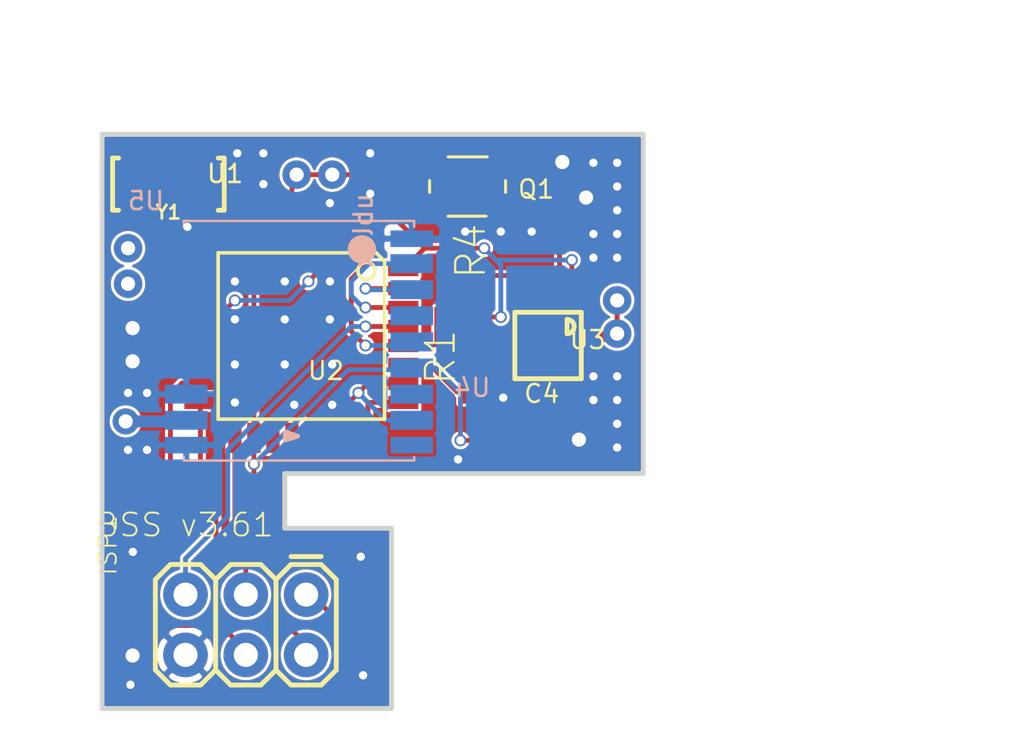
<source format=kicad_pcb>
(kicad_pcb (version 20211014) (generator pcbnew)
  (layers (0 "F.Cu" signal "Top") (31 "B.Cu" signal "Bottom") (34 "B.Paste" user) (35 "F.Paste" user) (36 "B.SilkS" user "B.Silkscreen") (37 "F.SilkS" user "F.Silkscreen") (38 "B.Mask" user) (39 "F.Mask" user) (44 "Edge.Cuts" user))
  (net 0 "")
  (net 1 "GND")
  (net 2 "GND/NC")
  (net 3 "N$7")
  (net 4 "N$8")
  (net 5 "7_VCC_IO")
  (net 6 "9_V_RESET")
  (net 7 "/ENABLE")
  (net 8 "/SERIAL_OUT")
  (net 9 "/SERIAL_IN")
  (net 10 "/RESET")
  (net 11 "/SCL")
  (net 12 "/SDA")
  (net 13 "/GPS_ON_OFF")
  (net 14 "Net-(U2-Pad22)")
  (net 15 "Net-(U2-Pad20)")
  (net 16 "Net-(U2-Pad19)")
  (net 17 "/VIN")
  (net 18 "/SCK")
  (net 19 "/MISO")
  (net 20 "/MOSI")
  (net 21 "Net-(U2-Pad14)")
  (net 22 "Net-(U2-Pad13)")
  (net 23 "Net-(U2-Pad12)")
  (net 24 "Net-(U2-Pad8)")
  (net 25 "Net-(U2-Pad7)")
  (net 26 "/GPS-OFF")
  (net 27 "/ANT")
  (net 28 "Net-(U3-Pad9)")
  (net 29 "Net-(U3-Pad6)")
  (net 30 "Net-(U3-Pad3)")
  (net 31 "Net-(Q1-Pad3)")
  (net 32 "Net-(U$2-Pad4_TIMEPULSE)")
  (net 33 "/GPS")
  (footprint "ict_v361:TQFP32-08" (layer "F.Cu") (at 145.5011 101.4036 -90)
    (fp_text reference "U2" (at 1.9057 -0.2043) (layer "F.SilkS") (effects (font (size 0.76 0.76) (thickness 0.1064)) (justify left bottom)))
    (fp_text value "ATMEGA328P" hide)
    (fp_line (start 3.505 -3.505) (end 3.505 3.505) (layer "F.SilkS") (width 0.1524))
    (fp_line (start -3.15 -3.505) (end 3.505 -3.505) (layer "F.SilkS") (width 0.1524))
    (fp_line (start 3.505 3.505) (end -3.505 3.505) (layer "F.SilkS") (width 0.1524))
    (fp_line (start -3.505 3.505) (end -3.505 -3.15) (layer "F.SilkS") (width 0.1524))
    (fp_line (start -3.15 -3.505) (end -3.505 -3.15) (layer "F.SilkS") (width 0.1524))
    (fp_circle (center -2.7432 -2.7432) (end -2.384 -2.7432) (layer "F.SilkS") (width 0.1524) (fill none))
    (pad "1" smd rect locked (at -4.2926 -2.8 270) (size 1.27 0.5588) (layers "F.Cu" "F.Paste" "F.Mask") (net 26 "/GPS-OFF"))
    (pad "2" smd rect locked (at -4.2926 -2 270) (size 1.27 0.5588) (layers "F.Cu" "F.Paste" "F.Mask") (net 7 "/ENABLE"))
    (pad "3" smd rect locked (at -4.2926 -1.2 270) (size 1.27 0.5588) (layers "F.Cu" "F.Paste" "F.Mask") (net 1 "GND"))
    (pad "4" smd rect locked (at -4.2926 -0.4 270) (size 1.27 0.5588) (layers "F.Cu" "F.Paste" "F.Mask") (net 17 "/VIN"))
    (pad "5" smd rect locked (at -4.2926 0.4 270) (size 1.27 0.5588) (layers "F.Cu" "F.Paste" "F.Mask") (net 1 "GND"))
    (pad "6" smd rect locked (at -4.2926 1.2 270) (size 1.27 0.5588) (layers "F.Cu" "F.Paste" "F.Mask") (net 17 "/VIN"))
    (pad "7" smd rect locked (at -4.2926 2 270) (size 1.27 0.5588) (layers "F.Cu" "F.Paste" "F.Mask") (net 25 "Net-(U2-Pad7)"))
    (pad "8" smd rect locked (at -4.2926 2.8 270) (size 1.27 0.5588) (layers "F.Cu" "F.Paste" "F.Mask") (net 24 "Net-(U2-Pad8)"))
    (pad "9" smd rect locked (at -2.8 4.2926 270) (size 0.5588 1.27) (layers "F.Cu" "F.Paste" "F.Mask") (net 7 "/ENABLE"))
    (pad "10" smd rect locked (at -2 4.2926 270) (size 0.5588 1.27) (layers "F.Cu" "F.Paste" "F.Mask") (net 7 "/ENABLE"))
    (pad "11" smd rect locked (at -1.2 4.2926 270) (size 0.5588 1.27) (layers "F.Cu" "F.Paste" "F.Mask") (net 7 "/ENABLE"))
    (pad "12" smd rect locked (at -0.4 4.2926 270) (size 0.5588 1.27) (layers "F.Cu" "F.Paste" "F.Mask") (net 23 "Net-(U2-Pad12)"))
    (pad "13" smd rect locked (at 0.4 4.2926 270) (size 0.5588 1.27) (layers "F.Cu" "F.Paste" "F.Mask") (net 22 "Net-(U2-Pad13)"))
    (pad "14" smd rect locked (at 1.2 4.2926 270) (size 0.5588 1.27) (layers "F.Cu" "F.Paste" "F.Mask") (net 21 "Net-(U2-Pad14)"))
    (pad "15" smd rect locked (at 2 4.2926 270) (size 0.5588 1.27) (layers "F.Cu" "F.Paste" "F.Mask") (net 20 "/MOSI"))
    (pad "16" smd rect locked (at 2.8 4.2926 270) (size 0.5588 1.27) (layers "F.Cu" "F.Paste" "F.Mask") (net 19 "/MISO"))
    (pad "17" smd rect locked (at 4.2926 2.8 270) (size 1.27 0.5588) (layers "F.Cu" "F.Paste" "F.Mask") (net 18 "/SCK"))
    (pad "18" smd rect locked (at 4.2926 2 270) (size 1.27 0.5588) (layers "F.Cu" "F.Paste" "F.Mask") (net 17 "/VIN"))
    (pad "19" smd rect locked (at 4.2926 1.2 270) (size 1.27 0.5588) (layers "F.Cu" "F.Paste" "F.Mask") (net 16 "Net-(U2-Pad19)"))
    (pad "20" smd rect locked (at 4.2926 0.4 270) (size 1.27 0.5588) (layers "F.Cu" "F.Paste" "F.Mask") (net 15 "Net-(U2-Pad20)"))
    (pad "21" smd rect locked (at 4.2926 -0.4 270) (size 1.27 0.5588) (layers "F.Cu" "F.Paste" "F.Mask") (net 1 "GND"))
    (pad "22" smd rect locked (at 4.2926 -1.2 270) (size 1.27 0.5588) (layers "F.Cu" "F.Paste" "F.Mask") (net 14 "Net-(U2-Pad22)"))
    (pad "23" smd rect locked (at 4.2926 -2 270) (size 1.27 0.5588) (layers "F.Cu" "F.Paste" "F.Mask") (net 13 "/GPS_ON_OFF"))
    (pad "24" smd rect locked (at 4.2926 -2.8 270) (size 1.27 0.5588) (layers "F.Cu" "F.Paste" "F.Mask") (net 13 "/GPS_ON_OFF"))
    (pad "25" smd rect locked (at 2.8 -4.2926 270) (size 0.5588 1.27) (layers "F.Cu" "F.Paste" "F.Mask") (net 13 "/GPS_ON_OFF"))
    (pad "26" smd rect locked (at 2 -4.2926 270) (size 0.5588 1.27) (layers "F.Cu" "F.Paste" "F.Mask") (net 13 "/GPS_ON_OFF"))
    (pad "27" smd rect locked (at 1.2 -4.2926 270) (size 0.5588 1.27) (layers "F.Cu" "F.Paste" "F.Mask") (net 12 "/SDA"))
    (pad "28" smd rect locked (at 0.4 -4.2926 270) (size 0.5588 1.27) (layers "F.Cu" "F.Paste" "F.Mask") (net 11 "/SCL"))
    (pad "29" smd rect locked (at -0.4 -4.2926 270) (size 0.5588 1.27) (layers "F.Cu" "F.Paste" "F.Mask") (net 10 "/RESET"))
    (pad "30" smd rect locked (at -1.2 -4.2926 270) (size 0.5588 1.27) (layers "F.Cu" "F.Paste" "F.Mask") (net 9 "/SERIAL_IN"))
    (pad "31" smd rect locked (at -2 -4.2926 270) (size 0.5588 1.27) (layers "F.Cu" "F.Paste" "F.Mask") (net 8 "/SERIAL_OUT"))
    (pad "32" smd rect locked (at -2.8 -4.2926 270) (size 0.5588 1.27) (layers "F.Cu" "F.Paste" "F.Mask") (net 7 "/ENABLE"))
  )
  (footprint "ict_v361:MSOP10" (layer "F.Cu") (at 155.891 101.8052 180)
    (fp_text reference "U3" (at -0.8406 -0.2055) (layer "F.SilkS") (effects (font (size 0.76 0.76) (thickness 0.1064)) (justify left bottom)))
    (fp_text value "Si5351A-B-GT" hide)
    (fp_line (start 1.4 1.4) (end -1.4 1.4) (layer "F.SilkS") (width 0.2032))
    (fp_line (start 1.4 -1.4) (end 1.4 1.4) (layer "F.SilkS") (width 0.2032))
    (fp_line (start -1.4 -1.4) (end 1.4 -1.4) (layer "F.SilkS") (width 0.2032))
    (fp_line (start -1.4 1.4) (end -1.4 -1.4) (layer "F.SilkS") (width 0.2032))
    (fp_line (start -0.8 0.5) (end -0.8 1.1) (layer "F.SilkS") (width 0.2032))
    (fp_arc (start -0.8 1.1) (mid -1.1 0.8) (end -0.8 0.5) (layer "F.SilkS") (width 0.2032))
    (pad "1" smd rect locked (at -1 2.1131 180) (size 0.25 1) (layers "F.Cu" "F.Paste" "F.Mask") (net 7 "/ENABLE"))
    (pad "2" smd rect locked (at -0.5 2.1131 180) (size 0.25 1) (layers "F.Cu" "F.Paste" "F.Mask") (net 31 "Net-(Q1-Pad3)"))
    (pad "3" smd rect locked (at 0 2.1131 180) (size 0.25 1) (layers "F.Cu" "F.Paste" "F.Mask") (net 30 "Net-(U3-Pad3)"))
    (pad "4" smd rect locked (at 0.5 2.1131 180) (size 0.25 1) (layers "F.Cu" "F.Paste" "F.Mask") (net 11 "/SCL"))
    (pad "5" smd rect locked (at 1 2.1131 180) (size 0.25 1) (layers "F.Cu" "F.Paste" "F.Mask") (net 12 "/SDA"))
    (pad "6" smd rect locked (at 1 -2.1131) (size 0.25 1) (layers "F.Cu" "F.Paste" "F.Mask") (net 29 "Net-(U3-Pad6)"))
    (pad "7" smd rect locked (at 0.5 -2.1131) (size 0.25 1) (layers "F.Cu" "F.Paste" "F.Mask") (net 7 "/ENABLE"))
    (pad "8" smd rect locked (at 0 -2.1131) (size 0.25 1) (layers "F.Cu" "F.Paste" "F.Mask") (net 1 "GND"))
    (pad "9" smd rect locked (at -0.5 -2.1131) (size 0.25 1) (layers "F.Cu" "F.Paste" "F.Mask") (net 28 "Net-(U3-Pad9)"))
    (pad "10" smd rect locked (at -1 -2.1131) (size 0.25 1) (layers "F.Cu" "F.Paste" "F.Mask") (net 27 "/ANT"))
  )
  (footprint "ict_v361:3.2X2.5_KXO-84-TCXO" (layer "F.Cu") (at 152.5011 95.1036)
    (fp_text reference "Q1" (at 2.0589 0.5603) (layer "F.SilkS") (effects (font (size 0.76 0.76) (thickness 0.1064)) (justify left bottom)))
    (fp_text value "KXO-TCXO-CMOS-84")
    (fp_line (start 1.6 -0.25) (end 1.6 0.25) (layer "F.SilkS") (width 0.127))
    (fp_line (start -1.6 -0.25) (end -1.6 0.25) (layer "F.SilkS") (width 0.127))
    (fp_line (start -0.82 -1.25) (end 0.83 -1.25) (layer "F.SilkS") (width 0.127))
    (fp_line (start -0.82 1.25) (end 0.78 1.25) (layer "F.SilkS") (width 0.127))
    (pad "1" smd rect locked (at -1.4 0.9) (size 0.9 1.1) (layers "F.Cu" "F.Paste" "F.Mask") (net 2 "GND/NC"))
    (pad "2" smd rect locked (at 1.4 0.9) (size 0.9 1.1) (layers "F.Cu" "F.Paste" "F.Mask") (net 1 "GND"))
    (pad "3" smd rect locked (at 1.4 -0.9) (size 0.9 1.1) (layers "F.Cu" "F.Paste" "F.Mask") (net 31 "Net-(Q1-Pad3)"))
    (pad "4" smd rect locked (at -1.4 -0.9) (size 0.9 1.1) (layers "F.Cu" "F.Paste" "F.Mask") (net 17 "/VIN"))
  )
  (footprint "ict_v361:C0603K" (layer "F.Cu") (at 154.3011 105.8036)
    (fp_text reference "C4" (at 0.5127 -1.5217) (layer "F.SilkS") (effects (font (size 0.76 0.76) (thickness 0.1064)) (justify left bottom)))
    (fp_text value "1uF 0603" hide)
    (pad "1" smd rect locked (at -0.875 0) (size 1.05 1.08) (layers "F.Cu" "F.Paste" "F.Mask") (net 17 "/VIN"))
    (pad "2" smd rect locked (at 0.875 0) (size 1.05 1.08) (layers "F.Cu" "F.Paste" "F.Mask") (net 1 "GND"))
  )
  (footprint "ict_v361:2X3" (layer "F.Cu") (at 145.7011 112.3036 180)
    (fp_text reference "ISP1" (at 7.9178 0.746 90) (layer "F.SilkS") (effects (font (size 0.76 0.76) (thickness 0.076)) (justify left bottom)))
    (fp_text value "AVR_SPI_PRG_6PTH")
    (fp_line (start 3.175 -3.81) (end 3.81 -3.175) (layer "F.SilkS") (width 0.2032))
    (fp_line (start 3.81 -3.175) (end 4.445 -3.81) (layer "F.SilkS") (width 0.2032))
    (fp_line (start 6.35 -3.175) (end 6.35 0.635) (layer "F.SilkS") (width 0.2032))
    (fp_line (start 5.715 -3.81) (end 6.35 -3.175) (layer "F.SilkS") (width 0.2032))
    (fp_line (start 0.635 -3.81) (end 1.27 -3.175) (layer "F.SilkS") (width 0.2032))
    (fp_line (start 3.81 0.635) (end 4.445 1.27) (layer "F.SilkS") (width 0.2032))
    (fp_line (start 5.715 1.27) (end 6.35 0.635) (layer "F.SilkS") (width 0.2032))
    (fp_line (start -0.635 1.27) (end 0.635 1.27) (layer "F.SilkS") (width 0.2032))
    (fp_line (start 4.445 -3.81) (end 5.715 -3.81) (layer "F.SilkS") (width 0.2032))
    (fp_line (start -0.635 -3.81) (end 0.635 -3.81) (layer "F.SilkS") (width 0.2032))
    (fp_line (start -1.27 0.635) (end -0.635 1.27) (layer "F.SilkS") (width 0.2032))
    (fp_line (start 0.635 1.27) (end 1.27 0.635) (layer "F.SilkS") (width 0.2032))
    (fp_line (start 4.445 1.27) (end 5.715 1.27) (layer "F.SilkS") (width 0.2032))
    (fp_line (start 1.905 1.27) (end 3.175 1.27) (layer "F.SilkS") (width 0.2032))
    (fp_line (start -1.27 -3.175) (end -0.635 -3.81) (layer "F.SilkS") (width 0.2032))
    (fp_line (start -1.27 0.635) (end -1.27 -3.175) (layer "F.SilkS") (width 0.2032))
    (fp_line (start 1.905 -3.81) (end 3.175 -3.81) (layer "F.SilkS") (width 0.2032))
    (fp_line (start 1.27 -3.175) (end 1.27 0.635) (layer "F.SilkS") (width 0.2032))
    (fp_line (start 0.635 1.605) (end -0.635 1.605) (layer "F.SilkS") (width 0.2032))
    (fp_line (start 1.27 -3.175) (end 1.905 -3.81) (layer "F.SilkS") (width 0.2032))
    (fp_line (start 3.175 1.27) (end 3.81 0.635) (layer "F.SilkS") (width 0.2032))
    (fp_line (start 1.27 0.635) (end 1.905 1.27) (layer "F.SilkS") (width 0.2032))
    (fp_line (start 3.81 -3.175) (end 3.81 0.635) (layer "F.SilkS") (width 0.2032))
    (pad "1" thru_hole circle locked (at 0 0 180) (size 1.8796 1.8796) (drill 1.016) (layers *.Cu *.Mask) (net 19 "/MISO"))
    (pad "2" thru_hole circle locked (at 0 -2.54 180) (size 1.8796 1.8796) (drill 1.016) (layers *.Cu *.Mask) (net 17 "/VIN"))
    (pad "3" thru_hole circle locked (at 2.54 0 180) (size 1.8796 1.8796) (drill 1.016) (layers *.Cu *.Mask) (net 18 "/SCK"))
    (pad "4" thru_hole circle locked (at 2.54 -2.54 180) (size 1.8796 1.8796) (drill 1.016) (layers *.Cu *.Mask) (net 20 "/MOSI"))
    (pad "5" thru_hole circle locked (at 5.08 0 180) (size 1.8796 1.8796) (drill 1.016) (layers *.Cu *.Mask) (net 10 "/RESET"))
    (pad "6" thru_hole circle locked (at 5.08 -2.54 180) (size 1.8796 1.8796) (drill 1.016) (layers *.Cu *.Mask) (net 1 "GND"))
  )
  (footprint "ict_v361:R0603" (layer "F.Cu") (at 152.7011 99.7036 -90)
    (fp_text reference "R4" (at -0.635 -0.635 90) (layer "F.SilkS") (effects (font (size 1.2065 1.2065) (thickness 0.09652)) (justify left bottom)))
    (fp_text value "R-EU_R0603")
    (pad "1" smd rect locked (at -0.85 0 270) (size 1 1.1) (layers "F.Cu" "F.Paste" "F.Mask") (net 11 "/SCL"))
    (pad "2" smd rect locked (at 0.85 0 270) (size 1 1.1) (layers "F.Cu" "F.Paste" "F.Mask") (net 7 "/ENABLE"))
  )
  (footprint "ict_v361:R0603" (layer "F.Cu") (at 152.7011 102.9036 90)
    (fp_text reference "R1" (at -0.635 -0.635 90) (layer "F.SilkS") (effects (font (size 1.2065 1.2065) (thickness 0.09652)) (justify left bottom)))
    (fp_text value "R-EU_R0603")
    (pad "1" smd rect locked (at -0.85 0 90) (size 1 1.1) (layers "F.Cu" "F.Paste" "F.Mask") (net 12 "/SDA"))
    (pad "2" smd rect locked (at 0.85 0 90) (size 1 1.1) (layers "F.Cu" "F.Paste" "F.Mask") (net 7 "/ENABLE"))
  )
  (footprint "ict_v361:RESONATOR-SMD-4.5X2.0" (layer "F.Cu") (at 139.9011 95.0036 180)
    (fp_text reference "Y1" (at 0 -1.524) (layer "F.SilkS") (effects (font (size 0.57912 0.57912) (thickness 0.115824)) (justify bottom)))
    (fp_text value "RESONATORSMD-4.5X2.0")
    (fp_poly (pts (xy 1.1 1.3) (xy 1.9 1.3) (xy 1.9 0.8) (xy 1.1 0.8)) (layer "F.Cu") (width 0) (fill solid))
    (fp_poly (pts (xy -1.9 1.3) (xy -1.1 1.3) (xy -1.1 0.8) (xy -1.9 0.8)) (layer "F.Cu") (width 0) (fill solid))
    (fp_poly (pts (xy -1.9 -0.8) (xy -1.1 -0.8) (xy -1.1 -1.3) (xy -1.9 -1.3)) (layer "F.Cu") (width 0) (fill solid))
    (fp_poly (pts (xy -0.4 -0.8) (xy 0.4 -0.8) (xy 0.4 -1.3) (xy -0.4 -1.3)) (layer "F.Cu") (width 0) (fill solid))
    (fp_poly (pts (xy 1.1 -0.8) (xy 1.9 -0.8) (xy 1.9 -1.3) (xy 1.1 -1.3)) (layer "F.Cu") (width 0) (fill solid))
    (fp_poly (pts (xy -0.4 1.3) (xy 0.4 1.3) (xy 0.4 0.8) (xy -0.4 0.8)) (layer "F.Cu") (width 0) (fill solid))
    (fp_line (start 2.35 1.1) (end 2.1 1.1) (layer "F.SilkS") (width 0.2032))
    (fp_line (start -2.35 1.1) (end -2.35 -1.1) (layer "F.SilkS") (width 0.2032))
    (fp_line (start -2.1 1.1) (end -2.35 1.1) (layer "F.SilkS") (width 0.2032))
    (fp_line (start -2.1 -1.1) (end -2.35 -1.1) (layer "F.SilkS") (width 0.2032))
    (fp_line (start 2.35 -1.1) (end 2.1 -1.1) (layer "F.SilkS") (width 0.2032))
    (fp_line (start 2.35 1.1) (end 2.35 -1.1) (layer "F.SilkS") (width 0.2032))
    (pad "1" smd rect locked (at -1.5 0 180) (size 0.4 1.6) (layers "F.Cu" "F.Paste" "F.Mask") (net 25 "Net-(U2-Pad7)"))
    (pad "2" smd rect locked (at 0 0 180) (size 0.4 1.6) (layers "F.Cu" "F.Paste" "F.Mask") (net 1 "GND"))
    (pad "3" smd rect locked (at 1.5 0 180) (size 0.4 1.6) (layers "F.Cu" "F.Paste" "F.Mask") (net 24 "Net-(U2-Pad8)"))
  )
  (footprint "ict_v361:UBLOX_MAX" (layer "B.Cu") (at 145.2011 101.7036)
    (fp_text reference "U$2" hide)
    (fp_text value "UBLOX_MAX" hide)
    (fp_text user "ublox" (at 3.35875 -3.10625 -90) (layer "B.SilkS") (effects (font (size 0.77216 0.77216) (thickness 0.12192)) (justify right bottom mirror)))
    (fp_line (start -4.65 4.95) (end 5.05 4.95) (layer "B.SilkS") (width 0.1))
    (fp_line (start 5.05 4.95) (end 5.05 4.8) (layer "B.SilkS") (width 0.1))
    (fp_line (start -4.65 -4.9) (end -4.65 -5.15) (layer "B.SilkS") (width 0.1))
    (fp_line (start -4.65 -5.15) (end 5.05 -5.15) (layer "B.SilkS") (width 0.1))
    (fp_line (start 5.05 -4.9) (end 5.05 -5.15) (layer "B.SilkS") (width 0.1))
    (fp_line (start -4.65 4.95) (end -4.65 4.8) (layer "B.SilkS") (width 0.1))
    (fp_circle (center 2.85 -3.95) (end 3.15 -3.95) (layer "B.SilkS") (width 0.6) (fill none))
    (pad "1_GND" smd rect locked (at 4.95 -4.4) (size 1.8 0.7) (layers "B.Cu" "B.Paste" "B.Mask") (net 1 "GND"))
    (pad "2_TXD1" smd rect locked (at 4.95 -3.35) (size 1.8 0.8) (layers "B.Cu" "B.Paste" "B.Mask") (net 9 "/SERIAL_IN"))
    (pad "3_RXD1" smd rect locked (at 4.95 -2.25) (size 1.8 0.8) (layers "B.Cu" "B.Paste" "B.Mask") (net 8 "/SERIAL_OUT"))
    (pad "4_TIMEPULSE" smd rect locked (at 4.95 -1.15) (size 1.8 0.8) (layers "B.Cu" "B.Paste" "B.Mask") (net 32 "Net-(U$2-Pad4_TIMEPULSE)"))
    (pad "5_EXTINT0" smd rect locked (at 4.95 -0.05) (size 1.8 0.8) (layers "B.Cu" "B.Paste" "B.Mask") (net 26 "/GPS-OFF"))
    (pad "6_V_BCKP" smd rect locked (at 4.95 1.05) (size 1.8 0.8) (layers "B.Cu" "B.Paste" "B.Mask") (net 17 "/VIN"))
    (pad "7_VCC_IO" smd rect locked (at 4.95 2.15) (size 1.8 0.8) (layers "B.Cu" "B.Paste" "B.Mask") (net 5 "7_VCC_IO"))
    (pad "8_VCC" smd rect locked (at 4.95 3.25) (size 1.8 0.8) (layers "B.Cu" "B.Paste" "B.Mask") (net 13 "/GPS_ON_OFF"))
    (pad "9_V_RESET" smd rect locked (at 4.95 4.3) (size 1.8 0.7) (layers "B.Cu" "B.Paste" "B.Mask") (net 6 "9_V_RESET"))
    (pad "10_GND" smd rect locked (at -4.55 4.3) (size 1.8 0.7) (layers "B.Cu" "B.Paste" "B.Mask") (net 1 "GND"))
    (pad "11_RF_IN" smd rect locked (at -4.55 3.25) (size 1.8 0.8) (layers "B.Cu" "B.Paste" "B.Mask") (net 33 "/GPS"))
    (pad "12_GND" smd rect locked (at -4.55 2.15) (size 1.8 0.8) (layers "B.Cu" "B.Paste" "B.Mask") (net 1 "GND"))
  )
  (gr_line (start 144.8309 105.4502) (end 145.3389 105.628) (layer "B.SilkS") (width 0.2032))
  (gr_line (start 145.3389 105.628) (end 144.8309 105.7804) (layer "B.SilkS") (width 0.2032))
  (gr_line (start 144.8309 105.7804) (end 144.8309 105.4502) (layer "B.SilkS") (width 0.2032))
  (gr_line (start 144.8309 105.4502) (end 144.9325 105.6788) (layer "B.SilkS") (width 0.2032))
  (gr_line (start 144.9325 105.6788) (end 145.0595 105.6026) (layer "B.SilkS") (width 0.2032))
  (gr_line (start 137.1011 92.9036) (end 159.9011 92.9036) (layer "Edge.Cuts") (width 0.2032))
  (gr_line (start 159.9011 92.9036) (end 159.9011 107.2036) (layer "Edge.Cuts") (width 0.2032))
  (gr_line (start 159.9011 107.2036) (end 144.8011 107.2036) (layer "Edge.Cuts") (width 0.2032))
  (gr_line (start 144.8011 107.2036) (end 144.8011 109.5036) (layer "Edge.Cuts") (width 0.2032))
  (gr_line (start 144.8011 109.5036) (end 149.3011 109.5036) (layer "Edge.Cuts") (width 0.2032))
  (gr_line (start 149.3011 109.5036) (end 149.3011 117.1036) (layer "Edge.Cuts") (width 0.2032))
  (gr_line (start 149.3011 117.1036) (end 137.1011 117.1036) (layer "Edge.Cuts") (width 0.2032))
  (gr_line (start 137.1011 117.1036) (end 137.1011 92.9036) (layer "Edge.Cuts") (width 0.2032))
  (gr_text "U4" (at 151.8667 103.1388) (layer "B.SilkS") (effects (font (size 0.76 0.76) (thickness 0.112)) (justify right top mirror)))
  (gr_text "U5" (at 139.789 96.1538) (layer "B.SilkS") (effects (font (size 0.76 0.76) (thickness 0.112)) (justify left bottom mirror)))
  (gr_text "U1" (at 141.4542 95.0092) (layer "F.SilkS") (effects (font (size 0.76 0.76) (thickness 0.112)) (justify left bottom)))
  (gr_text "BSS v3.61" (at 144.4011 108.8036) (layer "F.SilkS") (effects (font (size 0.9652 0.9652) (thickness 0.08128)) (justify right top)))
  (via (at 144.8011 99.1036) (size 0.5024) (drill 0.35) (layers "F.Cu" "B.Cu") (net 1))
  (via (at 138.2011 106.2036) (size 0.5024) (drill 0.35) (layers "F.Cu" "B.Cu") (net 1))
  (via (at 138.3921 101.071) (size 1.2) (drill 0.6) (layers "F.Cu" "B.Cu") (net 1))
  (via (at 138.3921 102.471) (size 1.2) (drill 0.6) (layers "F.Cu" "B.Cu") (net 1))
  (via (at 138.3011 116.1036) (size 0.5024) (drill 0.35) (layers "F.Cu" "B.Cu") (net 1))
  (via (at 146.7011 95.8036) (size 0.5024) (drill 0.35) (layers "F.Cu" "B.Cu") (net 1))
  (via (at 145.2011 104.3036) (size 0.5024) (drill 0.35) (layers "F.Cu" "B.Cu") (net 1))
  (via (at 156.4921 94.071) (size 1.2) (drill 0.6) (layers "F.Cu" "B.Cu") (net 1))
  (via (at 157.4921 95.571) (size 1.2) (drill 0.6) (layers "F.Cu" "B.Cu") (net 1))
  (via (at 143.9011 93.7036) (size 0.5024) (drill 0.35) (layers "F.Cu" "B.Cu") (net 1))
  (via (at 142.8011 93.7036) (size 0.5024) (drill 0.35) (layers "F.Cu" "B.Cu") (net 1))
  (via (at 153.9011 97.0036) (size 0.5024) (drill 0.35) (layers "F.Cu" "B.Cu") (net 1))
  (via (at 142.7011 99.1036) (size 0.5024) (drill 0.35) (layers "F.Cu" "B.Cu") (net 1))
  (via (at 148.4011 93.7036) (size 0.5024) (drill 0.35) (layers "F.Cu" "B.Cu") (net 1))
  (via (at 146.7011 99.1036) (size 0.5024) (drill 0.35) (layers "F.Cu" "B.Cu") (net 1))
  (via (at 138.2011 103.8036) (size 0.5024) (drill 0.35) (layers "F.Cu" "B.Cu") (net 1))
  (via (at 142.7011 104.2036) (size 0.5024) (drill 0.35) (layers "F.Cu" "B.Cu") (net 1))
  (via (at 152.4011 97.0036) (size 0.5024) (drill 0.35) (layers "F.Cu" "B.Cu") (net 1))
  (via (at 154.0011 104.0036) (size 0.5024) (drill 0.35) (layers "F.Cu" "B.Cu") (net 1))
  (via (at 139.0011 103.8036) (size 0.5024) (drill 0.35) (layers "F.Cu" "B.Cu") (net 1))
  (via (at 139.0011 106.2036) (size 0.5024) (drill 0.35) (layers "F.Cu" "B.Cu") (net 1))
  (via (at 143.9011 95.0036) (size 0.5024) (drill 0.35) (layers "F.Cu" "B.Cu") (net 1))
  (via (at 152.1011 106.6036) (size 0.5024) (drill 0.35) (layers "F.Cu" "B.Cu") (net 1))
  (via (at 140.7011 96.8036) (size 0.5024) (drill 0.35) (layers "F.Cu" "B.Cu") (net 1))
  (via (at 148.4011 95.4036) (size 0.5024) (drill 0.35) (layers "F.Cu" "B.Cu") (net 1))
  (via (at 155.2011 97.0036) (size 0.5024) (drill 0.35) (layers "F.Cu" "B.Cu") (net 1))
  (via (at 157.1921 105.771) (size 1.2) (drill 0.6) (layers "F.Cu" "B.Cu") (net 1))
  (via (at 158.8011 106.1036) (size 0.5024) (drill 0.35) (layers "F.Cu" "B.Cu") (net 1))
  (via (at 144.8011 100.7036) (size 0.5024) (drill 0.35) (layers "F.Cu" "B.Cu") (net 1))
  (via (at 144.8011 102.6036) (size 0.5024) (drill 0.35) (layers "F.Cu" "B.Cu") (net 1))
  (via (at 142.7011 102.6036) (size 0.5024) (drill 0.35) (layers "F.Cu" "B.Cu") (net 1))
  (via (at 142.7011 100.7036) (size 0.5024) (drill 0.35) (layers "F.Cu" "B.Cu") (net 1))
  (via (at 146.7011 100.7036) (size 0.5024) (drill 0.35) (layers "F.Cu" "B.Cu") (net 1))
  (via (at 158.8011 105.1036) (size 0.5024) (drill 0.35) (layers "F.Cu" "B.Cu") (net 1))
  (via (at 158.8011 104.1036) (size 0.5024) (drill 0.35) (layers "F.Cu" "B.Cu") (net 1))
  (via (at 158.8011 103.1036) (size 0.5024) (drill 0.35) (layers "F.Cu" "B.Cu") (net 1))
  (via (at 157.8011 104.1036) (size 0.5024) (drill 0.35) (layers "F.Cu" "B.Cu") (net 1))
  (via (at 157.8011 103.1036) (size 0.5024) (drill 0.35) (layers "F.Cu" "B.Cu") (net 1))
  (via (at 158.8011 98.1036) (size 0.5024) (drill 0.35) (layers "F.Cu" "B.Cu") (net 1))
  (via (at 157.8011 98.1036) (size 0.5024) (drill 0.35) (layers "F.Cu" "B.Cu") (net 1))
  (via (at 158.8011 97.1036) (size 0.5024) (drill 0.35) (layers "F.Cu" "B.Cu") (net 1))
  (via (at 157.8011 97.1036) (size 0.5024) (drill 0.35) (layers "F.Cu" "B.Cu") (net 1))
  (via (at 158.8011 96.1036) (size 0.5024) (drill 0.35) (layers "F.Cu" "B.Cu") (net 1))
  (via (at 158.8011 95.1036) (size 0.5024) (drill 0.35) (layers "F.Cu" "B.Cu") (net 1))
  (via (at 158.8011 94.1036) (size 0.5024) (drill 0.35) (layers "F.Cu" "B.Cu") (net 1))
  (via (at 157.8011 94.1036) (size 0.5024) (drill 0.35) (layers "F.Cu" "B.Cu") (net 1))
  (via (at 138.3921 114.871) (size 1.2) (drill 0.6) (layers "F.Cu" "B.Cu") (net 1))
  (via (at 148.0011 110.7036) (size 0.5024) (drill 0.35) (layers "F.Cu" "B.Cu") (net 1))
  (via (at 148.1011 115.7036) (size 0.5024) (drill 0.35) (layers "F.Cu" "B.Cu") (net 1))
  (via (at 138.4011 110.5036) (size 0.5024) (drill 0.35) (layers "F.Cu" "B.Cu") (net 1))
  (via (at 146.8011 102.6036) (size 0.5024) (drill 0.35) (layers "F.Cu" "B.Cu") (net 1))
  (via (at 146.8011 104.3036) (size 0.5024) (drill 0.35) (layers "F.Cu" "B.Cu") (net 1))
  (via (at 138.2011 97.7036) (size 1.2) (drill 0.6) (layers "F.Cu" "B.Cu") (net 3))
  (via (at 138.2011 99.2036) (size 1.2) (drill 0.6) (layers "F.Cu" "B.Cu") (net 4))
  (segment (start 155.391 103.9183) (end 155.391 102.4935) (width 0.2032) (layer "F.Cu") (net 7))
  (segment (start 155.391 102.4935) (end 156.891 100.9935) (width 0.2032) (layer "F.Cu") (net 7))
  (segment (start 156.891 100.9935) (end 156.891 99.6921) (width 0.2032) (layer "F.Cu") (net 7))
  (segment (start 152.7011 102.0536) (end 152.7011 100.5536) (width 0.2032) (layer "F.Cu") (net 7))
  (segment (start 147.6011 97.0443) (end 147.5011 96.9443) (width 0.2032) (layer "F.Cu") (net 7))
  (segment (start 147.5011 96.2036) (end 147.7011 96.0036) (width 0.2032) (layer "F.Cu") (net 7))
  (segment (start 147.7011 96.0036) (end 149.0011 96.0036) (width 0.2032) (layer "F.Cu") (net 7))
  (segment (start 149.0011 96.0036) (end 150.7011 97.7036) (width 0.2032) (layer "F.Cu") (net 7))
  (segment (start 153.2011 97.7036) (end 150.7011 97.7036) (width 0.2032) (layer "F.Cu") (net 7))
  (segment (start 156.891 98.2036) (end 156.891 99.6921) (width 0.2032) (layer "F.Cu") (net 7))
  (segment (start 141.2085 100.2036) (end 142.4011 100.2036) (width 0.2032) (layer "F.Cu") (net 7))
  (segment (start 142.4011 100.2036) (end 142.7011 99.9036) (width 0.2032) (layer "F.Cu") (net 7))
  (segment (start 145.8011 99.1036) (end 146.5011 98.4036) (width 0.2032) (layer "F.Cu") (net 7))
  (segment (start 146.5011 98.4036) (end 147.3011 98.4036) (width 0.2032) (layer "F.Cu") (net 7))
  (segment (start 147.5011 98.2036) (end 147.3011 98.4036) (width 0.2032) (layer "F.Cu") (net 7))
  (segment (start 149.7937 98.6036) (end 150.6937 97.7036) (width 0.2032) (layer "F.Cu") (net 7))
  (segment (start 150.6937 97.7036) (end 150.7011 97.7036) (width 0.2032) (layer "F.Cu") (net 7))
  (segment (start 140.2011 98.6036) (end 140.0011 98.8036) (width 0.2032) (layer "F.Cu") (net 7))
  (segment (start 140.0011 98.8036) (end 140.0011 99.4036) (width 0.2032) (layer "F.Cu") (net 7))
  (segment (start 140.0011 99.4036) (end 140.0011 100.0036) (width 0.2032) (layer "F.Cu") (net 7))
  (segment (start 140.2011 100.2036) (end 141.2085 100.2036) (width 0.2032) (layer "F.Cu") (net 7))
  (segment (start 140.0011 100.0036) (end 140.2011 100.2036) (width 0.2032) (layer "F.Cu") (net 7))
  (segment (start 141.2085 99.4036) (end 140.0011 99.4036) (width 0.2032) (layer "F.Cu") (net 7))
  (segment (start 141.2085 98.6036) (end 140.2011 98.6036) (width 0.2032) (layer "F.Cu") (net 7))
  (segment (start 147.5011 97.111) (end 147.5011 98.2036) (width 0.2032) (layer "F.Cu") (net 7))
  (segment (start 147.5011 97.111) (end 147.5678 97.0443) (width 0.2032) (layer "F.Cu") (net 7))
  (segment (start 147.5678 97.0443) (end 147.6011 97.0443) (width 0.2032) (layer "F.Cu") (net 7))
  (segment (start 147.5011 97.111) (end 147.5011 96.2036) (width 0.2032) (layer "F.Cu") (net 7))
  (segment (start 152.7011 100.5536) (end 152.7511 100.6036) (width 0.2032) (layer "F.Cu") (net 7))
  (segment (start 152.7511 100.6036) (end 153.9011 100.6036) (width 0.2032) (layer "F.Cu") (net 7))
  (via (at 153.9011 100.6036) (size 0.5024) (drill 0.35) (layers "F.Cu" "B.Cu") (net 7))
  (via (at 153.2011 97.7036) (size 0.5024) (drill 0.35) (layers "F.Cu" "B.Cu") (net 7))
  (via (at 156.891 98.2036) (size 0.5024) (drill 0.35) (layers "F.Cu" "B.Cu") (net 7))
  (via (at 142.7011 99.9036) (size 0.5024) (drill 0.35) (layers "F.Cu" "B.Cu") (net 7))
  (via (at 145.8011 99.1036) (size 0.5024) (drill 0.35) (layers "F.Cu" "B.Cu") (net 7))
  (segment (start 153.2011 97.7036) (end 153.9011 98.4036) (width 0.2032) (layer "B.Cu") (net 7))
  (segment (start 153.9011 98.4036) (end 153.9011 100.6036) (width 0.2032) (layer "B.Cu") (net 7))
  (segment (start 153.2011 97.7036) (end 153.7011 98.2036) (width 0.2032) (layer "B.Cu") (net 7))
  (segment (start 153.7011 98.2036) (end 156.891 98.2036) (width 0.2032) (layer "B.Cu") (net 7))
  (segment (start 145.8011 99.1036) (end 145.0011 99.9036) (width 0.2032) (layer "B.Cu") (net 7))
  (segment (start 145.0011 99.9036) (end 142.7011 99.9036) (width 0.2032) (layer "B.Cu") (net 7))
  (segment (start 148.2011 99.4036) (end 149.7937 99.4036) (width 0.2032) (layer "F.Cu") (net 8))
  (via (at 148.2011 99.4036) (size 0.5024) (drill 0.35) (layers "F.Cu" "B.Cu") (net 8))
  (segment (start 150.1511 99.4536) (end 148.3511 99.4536) (width 0.2032) (layer "B.Cu") (net 8))
  (segment (start 148.3511 99.4536) (end 148.2011 99.4036) (width 0.2032) (layer "B.Cu") (net 8))
  (segment (start 149.7937 100.2036) (end 148.2011 100.2036) (width 0.2032) (layer "F.Cu") (net 9))
  (via (at 148.2011 100.2036) (size 0.5024) (drill 0.35) (layers "F.Cu" "B.Cu") (net 9))
  (segment (start 148.2011 100.2036) (end 148.1011 100.2036) (width 0.2032) (layer "B.Cu") (net 9))
  (segment (start 148.1011 100.2036) (end 147.6011 99.7036) (width 0.2032) (layer "B.Cu") (net 9))
  (segment (start 147.6011 99.7036) (end 147.6011 99.1036) (width 0.2032) (layer "B.Cu") (net 9))
  (segment (start 148.3511 98.3536) (end 150.1511 98.3536) (width 0.2032) (layer "B.Cu") (net 9))
  (segment (start 147.6011 99.1036) (end 148.3511 98.3536) (width 0.2032) (layer "B.Cu") (net 9))
  (segment (start 149.7937 101.0036) (end 148.2011 101.0036) (width 0.2032) (layer "F.Cu") (net 10))
  (via (at 148.2011 101.0036) (size 0.5024) (drill 0.35) (layers "F.Cu" "B.Cu") (net 10))
  (segment (start 147.6011 101.0036) (end 148.2011 101.0036) (width 0.2032) (layer "B.Cu") (net 10))
  (segment (start 147.6011 101.0036) (end 142.4011 106.2036) (width 0.2032) (layer "B.Cu") (net 10))
  (segment (start 140.6211 110.7836) (end 140.6211 112.3036) (width 0.2032) (layer "B.Cu") (net 10))
  (segment (start 142.4011 106.2036) (end 142.4011 109.0036) (width 0.2032) (layer "B.Cu") (net 10))
  (segment (start 142.4011 109.0036) (end 140.6211 110.7836) (width 0.2032) (layer "B.Cu") (net 10))
  (segment (start 149.9292 101.7728) (end 149.7937 101.8036) (width 0.2032) (layer "F.Cu") (net 11))
  (segment (start 155.391 99.6921) (end 155.391 98.9935) (width 0.2032) (layer "F.Cu") (net 11))
  (segment (start 155.2511 98.8536) (end 152.7011 98.8536) (width 0.2032) (layer "F.Cu") (net 11))
  (segment (start 155.391 98.9935) (end 155.2511 98.8536) (width 0.2032) (layer "F.Cu") (net 11))
  (segment (start 152.7011 98.8536) (end 151.2011 100.2536) (width 0.2032) (layer "F.Cu") (net 11))
  (segment (start 151.2011 100.2536) (end 151.2011 101.7036) (width 0.2032) (layer "F.Cu") (net 11))
  (segment (start 151.2011 101.7036) (end 151.1319 101.7728) (width 0.2032) (layer "F.Cu") (net 11))
  (segment (start 151.1319 101.7728) (end 149.9292 101.7728) (width 0.2032) (layer "F.Cu") (net 11))
  (segment (start 154.891 99.6921) (end 154.891 101.9137) (width 0.2032) (layer "F.Cu") (net 12))
  (segment (start 149.7937 102.6036) (end 150.9011 102.6036) (width 0.2032) (layer "F.Cu") (net 12))
  (segment (start 152.0511 103.7536) (end 152.7011 103.7536) (width 0.2032) (layer "F.Cu") (net 12))
  (segment (start 150.9011 102.6036) (end 152.0511 103.7536) (width 0.2032) (layer "F.Cu") (net 12))
  (segment (start 154.891 101.9137) (end 153.0511 103.7536) (width 0.2032) (layer "F.Cu") (net 12))
  (segment (start 153.0511 103.7536) (end 152.7011 103.7536) (width 0.2032) (layer "F.Cu") (net 12))
  (segment (start 148.3011 105.6962) (end 148.3011 104.2036) (width 0.2032) (layer "F.Cu") (net 13))
  (segment (start 148.3011 104.2036) (end 149.7937 104.2036) (width 0.2032) (layer "F.Cu") (net 13))
  (segment (start 147.9011 103.8036) (end 148.3011 104.2036) (width 0.2032) (layer "F.Cu") (net 13))
  (segment (start 147.5011 105.6962) (end 147.5011 104.2036) (width 0.2032) (layer "F.Cu") (net 13))
  (segment (start 147.5011 104.2036) (end 147.9011 103.8036) (width 0.2032) (layer "F.Cu") (net 13))
  (segment (start 149.7937 103.4036) (end 148.3011 103.4036) (width 0.2032) (layer "F.Cu") (net 13))
  (segment (start 148.3011 103.4036) (end 147.9011 103.8036) (width 0.2032) (layer "F.Cu") (net 13))
  (via (at 147.9011 103.8036) (size 0.5024) (drill 0.35) (layers "F.Cu" "B.Cu") (net 13))
  (segment (start 150.1511 104.9536) (end 149.0511 104.9536) (width 0.2032) (layer "B.Cu") (net 13))
  (segment (start 149.0511 104.9536) (end 147.9011 103.8036) (width 0.2032) (layer "B.Cu") (net 13))
  (segment (start 146.1344 96.911) (end 145.9011 97.111) (width 0.2032) (layer "F.Cu") (net 17))
  (segment (start 143.5011 105.6437) (end 143.5011 105.6962) (width 0.2032) (layer "F.Cu") (net 17))
  (segment (start 143.5011 98.5758) (end 143.5011 105.6962) (width 0.2032) (layer "F.Cu") (net 17))
  (segment (start 144.2467 97.8302) (end 143.5011 98.5758) (width 0.2032) (layer "F.Cu") (net 17))
  (segment (start 144.2467 97.1444) (end 144.2467 97.8302) (width 0.2032) (layer "F.Cu") (net 17))
  (segment (start 144.2467 97.1444) (end 144.3011 97.111) (width 0.2032) (layer "F.Cu") (net 17))
  (segment (start 144.3011 97.111) (end 144.344 95.9607) (width 0.2032) (layer "F.Cu") (net 17))
  (segment (start 144.344 95.9607) (end 144.4011 95.9036) (width 0.2032) (layer "F.Cu") (net 17))
  (segment (start 144.4011 95.9036) (end 145.1011 95.9036) (width 0.2032) (layer "F.Cu") (net 17))
  (segment (start 145.1011 95.9036) (end 145.8011 95.9036) (width 0.2032) (layer "F.Cu") (net 17))
  (segment (start 145.8011 95.9036) (end 145.9011 96.0036) (width 0.2032) (layer "F.Cu") (net 17))
  (segment (start 145.9011 96.0036) (end 145.9011 97.111) (width 0.2032) (layer "F.Cu") (net 17))
  (segment (start 145.1011 95.9036) (end 145.1011 94.8036) (width 0.2032) (layer "F.Cu") (net 17))
  (segment (start 145.1011 94.8036) (end 145.3011 94.6036) (width 0.2032) (layer "F.Cu") (net 17))
  (segment (start 145.3011 94.6036) (end 146.8011 94.6036) (width 0.2032) (layer "F.Cu") (net 17))
  (segment (start 150.1011 94.2036) (end 149.7011 94.6036) (width 0.2032) (layer "F.Cu") (net 17))
  (segment (start 146.8011 94.6036) (end 149.7011 94.6036) (width 0.2032) (layer "F.Cu") (net 17))
  (segment (start 150.1011 94.2036) (end 151.1011 94.2036) (width 0.2032) (layer "F.Cu") (net 17))
  (segment (start 152.2011 105.8036) (end 153.4261 105.8036) (width 0.2032) (layer "F.Cu") (net 17))
  (segment (start 145.8017 114.4902) (end 145.8017 114.76135) (width 0.2032) (layer "F.Cu") (net 17))
  (segment (start 144.4011 113.0896) (end 145.8017 114.4902) (width 0.2032) (layer "F.Cu") (net 17))
  (segment (start 144.4011 110.6829) (end 144.4011 113.0896) (width 0.2032) (layer "F.Cu") (net 17))
  (segment (start 143.5011 109.7829) (end 144.4011 110.6829) (width 0.2032) (layer "F.Cu") (net 17))
  (segment (start 143.5011 107.693766) (end 143.5011 107.8036) (width 0.2032) (layer "F.Cu") (net 17))
  (segment (start 143.5011 107.8036) (end 143.5011 109.7829) (width 0.2032) (layer "F.Cu") (net 17))
  (segment (start 145.88395 114.8436) (end 145.8017 114.76135) (width 0.2032) (layer "F.Cu") (net 17))
  (segment (start 145.7011 114.8436) (end 145.88395 114.8436) (width 0.2032) (layer "F.Cu") (net 17))
  (segment (start 145.88395 114.8436) (end 145.892525 114.852175) (width 0.2032) (layer "F.Cu") (net 17))
  (segment (start 143.5011 105.6962) (end 143.5011 106.8036) (width 0.2032) (layer "F.Cu") (net 17))
  (segment (start 143.5011 106.8036) (end 143.5011 107.693766) (width 0.2032) (layer "F.Cu") (net 17))
  (via (at 145.3011 94.6036) (size 1.2) (drill 0.6) (layers "F.Cu" "B.Cu") (net 17))
  (via (at 146.8011 94.6036) (size 1.2) (drill 0.6) (layers "F.Cu" "B.Cu") (net 17))
  (via (at 143.5011 106.8036) (size 0.5024) (drill 0.35) (layers "F.Cu" "B.Cu") (net 17))
  (via (at 152.2011 105.8036) (size 0.5024) (drill 0.35) (layers "F.Cu" "B.Cu") (net 17))
  (segment (start 150.1511 102.7536) (end 150.0797 102.825) (width 0.2032) (layer "B.Cu") (net 17))
  (segment (start 150.0797 102.825) (end 147.4797 102.825) (width 0.2032) (layer "B.Cu") (net 17))
  (segment (start 147.4797 102.825) (end 143.5011 106.8036) (width 0.2032) (layer "B.Cu") (net 17))
  (segment (start 150.1511 102.7536) (end 151.1511 102.7536) (width 0.2032) (layer "B.Cu") (net 17))
  (segment (start 152.2011 103.8036) (end 152.2011 105.8036) (width 0.2032) (layer "B.Cu") (net 17))
  (segment (start 151.1511 102.7536) (end 152.2011 103.8036) (width 0.2032) (layer "B.Cu") (net 17))
  (segment (start 143.1611 110.7408) (end 142.7011 110.2808) (width 0.2032) (layer "F.Cu") (net 18))
  (segment (start 143.1611 110.7408) (end 143.1611 112.3036) (width 0.2032) (layer "F.Cu") (net 18))
  (segment (start 142.7011 105.6962) (end 142.7011 110.2808) (width 0.2032) (layer "F.Cu") (net 18))
  (segment (start 141.2085 104.2036) (end 141.2487 104.2438) (width 0.2032) (layer "F.Cu") (net 19))
  (segment (start 141.2487 104.2438) (end 141.2487 107.3882) (width 0.2032) (layer "F.Cu") (net 19))
  (segment (start 141.9044 108.0439) (end 141.2487 107.3882) (width 0.2032) (layer "F.Cu") (net 19))
  (segment (start 141.9044 112.7694) (end 141.9044 108.0439) (width 0.2032) (layer "F.Cu") (net 19))
  (segment (start 142.695 113.56) (end 141.9044 112.7694) (width 0.2032) (layer "F.Cu") (net 19))
  (segment (start 143.9205 113.56) (end 142.695 113.56) (width 0.2032) (layer "F.Cu") (net 19))
  (segment (start 144.4011 114.0406) (end 143.9205 113.56) (width 0.2032) (layer "F.Cu") (net 19))
  (segment (start 144.4011 115.4661) (end 144.4011 114.0406) (width 0.2032) (layer "F.Cu") (net 19))
  (segment (start 145.1715 116.2365) (end 144.4011 115.4661) (width 0.2032) (layer "F.Cu") (net 19))
  (segment (start 146.497 116.2365) (end 145.1715 116.2365) (width 0.2032) (layer "F.Cu") (net 19))
  (segment (start 147.2225 115.511) (end 146.497 116.2365) (width 0.2032) (layer "F.Cu") (net 19))
  (segment (start 147.2225 113.5949) (end 147.2225 115.511) (width 0.2032) (layer "F.Cu") (net 19))
  (segment (start 145.9457 112.3181) (end 147.2225 113.5949) (width 0.2032) (layer "F.Cu") (net 19))
  (segment (start 145.9457 112.3181) (end 145.9011 112.3181) (width 0.2032) (layer "F.Cu") (net 19))
  (segment (start 145.7011 112.3036) (end 145.9312 112.3036) (width 0.2032) (layer "F.Cu") (net 19))
  (segment (start 145.9312 112.3036) (end 145.9457 112.3181) (width 0.2032) (layer "F.Cu") (net 19))
  (segment (start 140.479625 103.3844) (end 139.9862 103.877825) (width 0.2032) (layer "F.Cu") (net 20))
  (segment (start 141.2085 103.4036) (end 141.061 103.3844) (width 0.2032) (layer "F.Cu") (net 20))
  (segment (start 141.061 103.3844) (end 140.479625 103.3844) (width 0.2032) (layer "F.Cu") (net 20))
  (segment (start 139.9862 107.5856) (end 139.3279 108.2439) (width 0.2032) (layer "F.Cu") (net 20))
  (segment (start 139.3279 113.0345) (end 139.3279 108.2439) (width 0.2032) (layer "F.Cu") (net 20))
  (segment (start 139.897 113.6036) (end 139.3279 113.0345) (width 0.2032) (layer "F.Cu") (net 20))
  (segment (start 142.1131 113.6036) (end 139.897 113.6036) (width 0.2032) (layer "F.Cu") (net 20))
  (segment (start 143.3531 114.8436) (end 142.1131 113.6036) (width 0.2032) (layer "F.Cu") (net 20))
  (segment (start 143.35575 114.84625) (end 143.3611 114.84625) (width 0.2032) (layer "F.Cu") (net 20))
  (segment (start 139.9862 103.877825) (end 139.9862 107.5856) (width 0.2032) (layer "F.Cu") (net 20))
  (segment (start 143.1611 114.8436) (end 143.3531 114.8436) (width 0.2032) (layer "F.Cu") (net 20))
  (segment (start 143.3531 114.8436) (end 143.35575 114.84625) (width 0.2032) (layer "F.Cu") (net 20))
  (segment (start 138.4011 95.0036) (end 138.4011 95.8036) (width 0.2032) (layer "F.Cu") (net 24))
  (segment (start 138.4011 95.8036) (end 140.1085 97.511) (width 0.2032) (layer "F.Cu") (net 24))
  (segment (start 140.1085 97.511) (end 142.3011 97.511) (width 0.2032) (layer "F.Cu") (net 24))
  (segment (start 142.3011 97.511) (end 142.7011 97.111) (width 0.2032) (layer "F.Cu") (net 24))
  (segment (start 143.5011 97.111) (end 143.5011 96.1036) (width 0.2032) (layer "F.Cu") (net 25))
  (segment (start 142.4011 95.0036) (end 141.4011 95.0036) (width 0.2032) (layer "F.Cu") (net 25))
  (segment (start 143.5011 96.1036) (end 142.4011 95.0036) (width 0.2032) (layer "F.Cu") (net 25))
  (segment (start 148.2011 101.8036) (end 147.6011 101.2036) (width 0.2032) (layer "F.Cu") (net 26))
  (segment (start 147.6011 99.0036) (end 148.3011 98.3036) (width 0.2032) (layer "F.Cu") (net 26))
  (segment (start 148.3011 98.3036) (end 148.3011 97.111) (width 0.2032) (layer "F.Cu") (net 26))
  (segment (start 147.6011 101.2036) (end 147.6011 99.0036) (width 0.2032) (layer "F.Cu") (net 26))
  (via (at 148.2011 101.8036) (size 0.5024) (drill 0.35) (layers "F.Cu" "B.Cu") (net 26))
  (segment (start 150.1511 101.6536) (end 150.1011 101.8036) (width 0.2032) (layer "B.Cu") (net 26))
  (segment (start 150.1011 101.8036) (end 148.2011 101.8036) (width 0.2032) (layer "B.Cu") (net 26))
  (segment (start 158.8011 101.3036) (end 158.8011 99.9036) (width 0.2032) (layer "F.Cu") (net 27))
  (segment (start 156.984487 102.623447) (end 156.891 103.2137) (width 0.508) (layer "F.Cu") (net 27))
  (segment (start 157.099188 102.346533) (end 156.984487 102.623447) (width 0.508) (layer "F.Cu") (net 27))
  (segment (start 157.255797 102.090971) (end 157.099188 102.346533) (width 0.508) (layer "F.Cu") (net 27))
  (segment (start 157.450455 101.863055) (end 157.255797 102.090971) (width 0.508) (layer "F.Cu") (net 27))
  (segment (start 157.678371 101.668397) (end 157.450455 101.863055) (width 0.508) (layer "F.Cu") (net 27))
  (segment (start 157.933933 101.511788) (end 157.678371 101.668397) (width 0.508) (layer "F.Cu") (net 27))
  (segment (start 158.210847 101.397087) (end 157.933933 101.511788) (width 0.508) (layer "F.Cu") (net 27))
  (segment (start 158.502295 101.327117) (end 158.210847 101.397087) (width 0.508) (layer "F.Cu") (net 27))
  (segment (start 158.8011 101.3036) (end 158.502295 101.327117) (width 0.508) (layer "F.Cu") (net 27))
  (segment (start 158.8011 101.3036) (end 158.8011 101.3036) (width 0.508) (layer "F.Cu") (net 27))
  (segment (start 156.891 103.2137) (end 156.891 103.9183) (width 0.2032) (layer "F.Cu") (net 27))
  (segment (start 158.8011 101.3036) (end 158.7011 101.4036) (width 0.2032) (layer "F.Cu") (net 27))
  (segment (start 158.8011 101.3036) (end 158.8011 101.3036) (width 0.2032) (layer "F.Cu") (net 27))
  (via (at 158.8011 101.3036) (size 1.2) (drill 0.6) (layers "F.Cu" "B.Cu") (net 27))
  (via (at 158.8011 99.9036) (size 1.2) (drill 0.6) (layers "F.Cu" "B.Cu") (net 27))
  (segment (start 156.3745 98.417544) (end 156.391 98.434044) (width 0.2032) (layer "F.Cu") (net 31))
  (segment (start 156.391 98.434044) (end 156.391 99.6921) (width 0.2032) (layer "F.Cu") (net 31))
  (segment (start 153.9011 94.2036) (end 154.4011 94.2036) (width 0.2032) (layer "F.Cu") (net 31))
  (segment (start 156.3745 96.177) (end 154.4011 94.2036) (width 0.2032) (layer "F.Cu") (net 31))
  (segment (start 156.3745 96.177) (end 156.3745 98.417544) (width 0.2032) (layer "F.Cu") (net 31))
  (via (at 138.1011 105.0036) (size 1.1) (drill 0.6) (layers "F.Cu" "B.Cu") (net 33))
  (segment (start 140.6511 104.9536) (end 140.6011 105.0036) (width 0.508) (layer "B.Cu") (net 33))
  (segment (start 140.6011 105.0036) (end 138.1011 105.0036) (width 0.508) (layer "B.Cu") (net 33))
  (zone (net 1) (net_name "GND") (layer "F.Cu") (priority 6) (connect_pads (clearance 0.000001)) (min_thickness 0.1016) (fill yes (thermal_gap 0.2532) (thermal_bridge_width 0.2532))
    (polygon (pts (xy 175.9509 119.0916) (xy 132.8077 119.0916) (xy 132.8077 89.937916) (xy 132.967216 89.7784) (xy 175.9509 89.7784)))
  )
  (zone (net 1) (net_name "GND") (layer "B.Cu") (priority 6) (connect_pads (clearance 0.000001)) (min_thickness 0.1016) (fill yes (thermal_gap 0.2532) (thermal_bridge_width 0.2532))
    (polygon (pts (xy 175.9509 119.0916) (xy 132.8077 119.0916) (xy 132.8077 89.7784) (xy 175.9509 89.7784)))
  )
)
</source>
